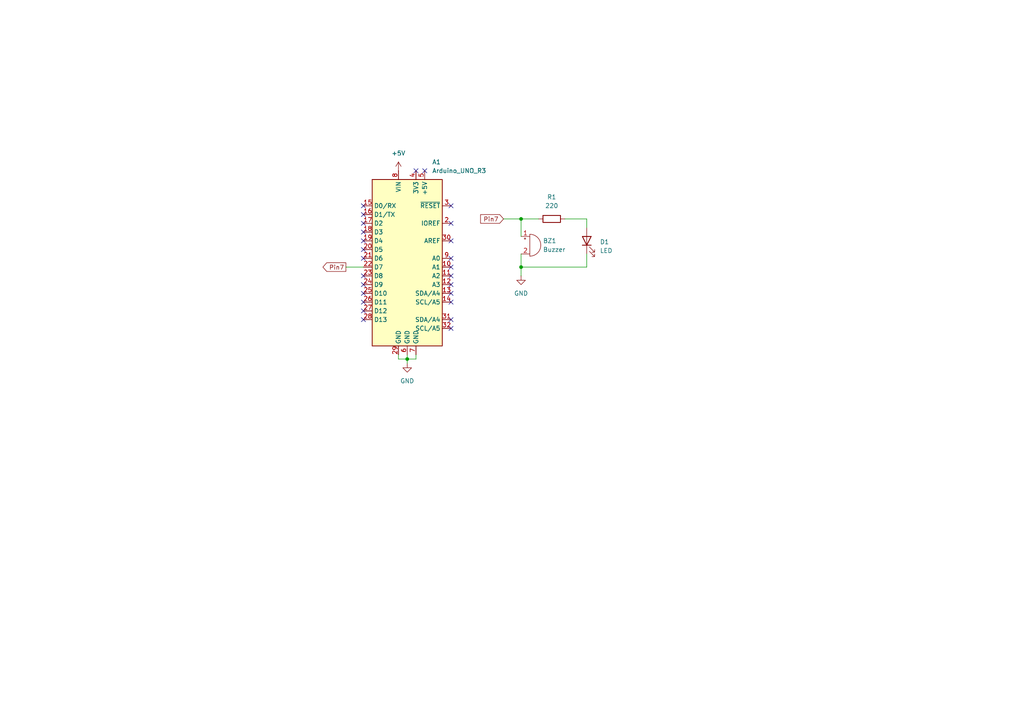
<source format=kicad_sch>
(kicad_sch
	(version 20250114)
	(generator "eeschema")
	(generator_version "9.0")
	(uuid "4972ef12-4ada-4abb-8f73-005ee5c2ff57")
	(paper "A4")
	(lib_symbols
		(symbol "Device:Buzzer"
			(pin_names
				(offset 0.0254)
				(hide yes)
			)
			(exclude_from_sim no)
			(in_bom yes)
			(on_board yes)
			(property "Reference" "BZ"
				(at 3.81 1.27 0)
				(effects
					(font
						(size 1.27 1.27)
					)
					(justify left)
				)
			)
			(property "Value" "Buzzer"
				(at 3.81 -1.27 0)
				(effects
					(font
						(size 1.27 1.27)
					)
					(justify left)
				)
			)
			(property "Footprint" ""
				(at -0.635 2.54 90)
				(effects
					(font
						(size 1.27 1.27)
					)
					(hide yes)
				)
			)
			(property "Datasheet" "~"
				(at -0.635 2.54 90)
				(effects
					(font
						(size 1.27 1.27)
					)
					(hide yes)
				)
			)
			(property "Description" "Buzzer, polarized"
				(at 0 0 0)
				(effects
					(font
						(size 1.27 1.27)
					)
					(hide yes)
				)
			)
			(property "ki_keywords" "quartz resonator ceramic"
				(at 0 0 0)
				(effects
					(font
						(size 1.27 1.27)
					)
					(hide yes)
				)
			)
			(property "ki_fp_filters" "*Buzzer*"
				(at 0 0 0)
				(effects
					(font
						(size 1.27 1.27)
					)
					(hide yes)
				)
			)
			(symbol "Buzzer_0_1"
				(polyline
					(pts
						(xy -1.651 1.905) (xy -1.143 1.905)
					)
					(stroke
						(width 0)
						(type default)
					)
					(fill
						(type none)
					)
				)
				(polyline
					(pts
						(xy -1.397 2.159) (xy -1.397 1.651)
					)
					(stroke
						(width 0)
						(type default)
					)
					(fill
						(type none)
					)
				)
				(arc
					(start 0 3.175)
					(mid 3.1612 0)
					(end 0 -3.175)
					(stroke
						(width 0)
						(type default)
					)
					(fill
						(type none)
					)
				)
				(polyline
					(pts
						(xy 0 3.175) (xy 0 -3.175)
					)
					(stroke
						(width 0)
						(type default)
					)
					(fill
						(type none)
					)
				)
			)
			(symbol "Buzzer_1_1"
				(pin passive line
					(at -2.54 2.54 0)
					(length 2.54)
					(name "+"
						(effects
							(font
								(size 1.27 1.27)
							)
						)
					)
					(number "1"
						(effects
							(font
								(size 1.27 1.27)
							)
						)
					)
				)
				(pin passive line
					(at -2.54 -2.54 0)
					(length 2.54)
					(name "-"
						(effects
							(font
								(size 1.27 1.27)
							)
						)
					)
					(number "2"
						(effects
							(font
								(size 1.27 1.27)
							)
						)
					)
				)
			)
			(embedded_fonts no)
		)
		(symbol "Device:LED"
			(pin_numbers
				(hide yes)
			)
			(pin_names
				(offset 1.016)
				(hide yes)
			)
			(exclude_from_sim no)
			(in_bom yes)
			(on_board yes)
			(property "Reference" "D"
				(at 0 2.54 0)
				(effects
					(font
						(size 1.27 1.27)
					)
				)
			)
			(property "Value" "LED"
				(at 0 -2.54 0)
				(effects
					(font
						(size 1.27 1.27)
					)
				)
			)
			(property "Footprint" ""
				(at 0 0 0)
				(effects
					(font
						(size 1.27 1.27)
					)
					(hide yes)
				)
			)
			(property "Datasheet" "~"
				(at 0 0 0)
				(effects
					(font
						(size 1.27 1.27)
					)
					(hide yes)
				)
			)
			(property "Description" "Light emitting diode"
				(at 0 0 0)
				(effects
					(font
						(size 1.27 1.27)
					)
					(hide yes)
				)
			)
			(property "Sim.Pins" "1=K 2=A"
				(at 0 0 0)
				(effects
					(font
						(size 1.27 1.27)
					)
					(hide yes)
				)
			)
			(property "ki_keywords" "LED diode"
				(at 0 0 0)
				(effects
					(font
						(size 1.27 1.27)
					)
					(hide yes)
				)
			)
			(property "ki_fp_filters" "LED* LED_SMD:* LED_THT:*"
				(at 0 0 0)
				(effects
					(font
						(size 1.27 1.27)
					)
					(hide yes)
				)
			)
			(symbol "LED_0_1"
				(polyline
					(pts
						(xy -3.048 -0.762) (xy -4.572 -2.286) (xy -3.81 -2.286) (xy -4.572 -2.286) (xy -4.572 -1.524)
					)
					(stroke
						(width 0)
						(type default)
					)
					(fill
						(type none)
					)
				)
				(polyline
					(pts
						(xy -1.778 -0.762) (xy -3.302 -2.286) (xy -2.54 -2.286) (xy -3.302 -2.286) (xy -3.302 -1.524)
					)
					(stroke
						(width 0)
						(type default)
					)
					(fill
						(type none)
					)
				)
				(polyline
					(pts
						(xy -1.27 0) (xy 1.27 0)
					)
					(stroke
						(width 0)
						(type default)
					)
					(fill
						(type none)
					)
				)
				(polyline
					(pts
						(xy -1.27 -1.27) (xy -1.27 1.27)
					)
					(stroke
						(width 0.254)
						(type default)
					)
					(fill
						(type none)
					)
				)
				(polyline
					(pts
						(xy 1.27 -1.27) (xy 1.27 1.27) (xy -1.27 0) (xy 1.27 -1.27)
					)
					(stroke
						(width 0.254)
						(type default)
					)
					(fill
						(type none)
					)
				)
			)
			(symbol "LED_1_1"
				(pin passive line
					(at -3.81 0 0)
					(length 2.54)
					(name "K"
						(effects
							(font
								(size 1.27 1.27)
							)
						)
					)
					(number "1"
						(effects
							(font
								(size 1.27 1.27)
							)
						)
					)
				)
				(pin passive line
					(at 3.81 0 180)
					(length 2.54)
					(name "A"
						(effects
							(font
								(size 1.27 1.27)
							)
						)
					)
					(number "2"
						(effects
							(font
								(size 1.27 1.27)
							)
						)
					)
				)
			)
			(embedded_fonts no)
		)
		(symbol "Device:R"
			(pin_numbers
				(hide yes)
			)
			(pin_names
				(offset 0)
			)
			(exclude_from_sim no)
			(in_bom yes)
			(on_board yes)
			(property "Reference" "R"
				(at 2.032 0 90)
				(effects
					(font
						(size 1.27 1.27)
					)
				)
			)
			(property "Value" "R"
				(at 0 0 90)
				(effects
					(font
						(size 1.27 1.27)
					)
				)
			)
			(property "Footprint" ""
				(at -1.778 0 90)
				(effects
					(font
						(size 1.27 1.27)
					)
					(hide yes)
				)
			)
			(property "Datasheet" "~"
				(at 0 0 0)
				(effects
					(font
						(size 1.27 1.27)
					)
					(hide yes)
				)
			)
			(property "Description" "Resistor"
				(at 0 0 0)
				(effects
					(font
						(size 1.27 1.27)
					)
					(hide yes)
				)
			)
			(property "ki_keywords" "R res resistor"
				(at 0 0 0)
				(effects
					(font
						(size 1.27 1.27)
					)
					(hide yes)
				)
			)
			(property "ki_fp_filters" "R_*"
				(at 0 0 0)
				(effects
					(font
						(size 1.27 1.27)
					)
					(hide yes)
				)
			)
			(symbol "R_0_1"
				(rectangle
					(start -1.016 -2.54)
					(end 1.016 2.54)
					(stroke
						(width 0.254)
						(type default)
					)
					(fill
						(type none)
					)
				)
			)
			(symbol "R_1_1"
				(pin passive line
					(at 0 3.81 270)
					(length 1.27)
					(name "~"
						(effects
							(font
								(size 1.27 1.27)
							)
						)
					)
					(number "1"
						(effects
							(font
								(size 1.27 1.27)
							)
						)
					)
				)
				(pin passive line
					(at 0 -3.81 90)
					(length 1.27)
					(name "~"
						(effects
							(font
								(size 1.27 1.27)
							)
						)
					)
					(number "2"
						(effects
							(font
								(size 1.27 1.27)
							)
						)
					)
				)
			)
			(embedded_fonts no)
		)
		(symbol "MCU_Module:Arduino_UNO_R3"
			(exclude_from_sim no)
			(in_bom yes)
			(on_board yes)
			(property "Reference" "A"
				(at -10.16 23.495 0)
				(effects
					(font
						(size 1.27 1.27)
					)
					(justify left bottom)
				)
			)
			(property "Value" "Arduino_UNO_R3"
				(at 5.08 -26.67 0)
				(effects
					(font
						(size 1.27 1.27)
					)
					(justify left top)
				)
			)
			(property "Footprint" "Module:Arduino_UNO_R3"
				(at 0 0 0)
				(effects
					(font
						(size 1.27 1.27)
						(italic yes)
					)
					(hide yes)
				)
			)
			(property "Datasheet" "https://www.arduino.cc/en/Main/arduinoBoardUno"
				(at 0 0 0)
				(effects
					(font
						(size 1.27 1.27)
					)
					(hide yes)
				)
			)
			(property "Description" "Arduino UNO Microcontroller Module, release 3"
				(at 0 0 0)
				(effects
					(font
						(size 1.27 1.27)
					)
					(hide yes)
				)
			)
			(property "ki_keywords" "Arduino UNO R3 Microcontroller Module Atmel AVR USB"
				(at 0 0 0)
				(effects
					(font
						(size 1.27 1.27)
					)
					(hide yes)
				)
			)
			(property "ki_fp_filters" "Arduino*UNO*R3*"
				(at 0 0 0)
				(effects
					(font
						(size 1.27 1.27)
					)
					(hide yes)
				)
			)
			(symbol "Arduino_UNO_R3_0_1"
				(rectangle
					(start -10.16 22.86)
					(end 10.16 -25.4)
					(stroke
						(width 0.254)
						(type default)
					)
					(fill
						(type background)
					)
				)
			)
			(symbol "Arduino_UNO_R3_1_1"
				(pin bidirectional line
					(at -12.7 15.24 0)
					(length 2.54)
					(name "D0/RX"
						(effects
							(font
								(size 1.27 1.27)
							)
						)
					)
					(number "15"
						(effects
							(font
								(size 1.27 1.27)
							)
						)
					)
				)
				(pin bidirectional line
					(at -12.7 12.7 0)
					(length 2.54)
					(name "D1/TX"
						(effects
							(font
								(size 1.27 1.27)
							)
						)
					)
					(number "16"
						(effects
							(font
								(size 1.27 1.27)
							)
						)
					)
				)
				(pin bidirectional line
					(at -12.7 10.16 0)
					(length 2.54)
					(name "D2"
						(effects
							(font
								(size 1.27 1.27)
							)
						)
					)
					(number "17"
						(effects
							(font
								(size 1.27 1.27)
							)
						)
					)
				)
				(pin bidirectional line
					(at -12.7 7.62 0)
					(length 2.54)
					(name "D3"
						(effects
							(font
								(size 1.27 1.27)
							)
						)
					)
					(number "18"
						(effects
							(font
								(size 1.27 1.27)
							)
						)
					)
				)
				(pin bidirectional line
					(at -12.7 5.08 0)
					(length 2.54)
					(name "D4"
						(effects
							(font
								(size 1.27 1.27)
							)
						)
					)
					(number "19"
						(effects
							(font
								(size 1.27 1.27)
							)
						)
					)
				)
				(pin bidirectional line
					(at -12.7 2.54 0)
					(length 2.54)
					(name "D5"
						(effects
							(font
								(size 1.27 1.27)
							)
						)
					)
					(number "20"
						(effects
							(font
								(size 1.27 1.27)
							)
						)
					)
				)
				(pin bidirectional line
					(at -12.7 0 0)
					(length 2.54)
					(name "D6"
						(effects
							(font
								(size 1.27 1.27)
							)
						)
					)
					(number "21"
						(effects
							(font
								(size 1.27 1.27)
							)
						)
					)
				)
				(pin bidirectional line
					(at -12.7 -2.54 0)
					(length 2.54)
					(name "D7"
						(effects
							(font
								(size 1.27 1.27)
							)
						)
					)
					(number "22"
						(effects
							(font
								(size 1.27 1.27)
							)
						)
					)
				)
				(pin bidirectional line
					(at -12.7 -5.08 0)
					(length 2.54)
					(name "D8"
						(effects
							(font
								(size 1.27 1.27)
							)
						)
					)
					(number "23"
						(effects
							(font
								(size 1.27 1.27)
							)
						)
					)
				)
				(pin bidirectional line
					(at -12.7 -7.62 0)
					(length 2.54)
					(name "D9"
						(effects
							(font
								(size 1.27 1.27)
							)
						)
					)
					(number "24"
						(effects
							(font
								(size 1.27 1.27)
							)
						)
					)
				)
				(pin bidirectional line
					(at -12.7 -10.16 0)
					(length 2.54)
					(name "D10"
						(effects
							(font
								(size 1.27 1.27)
							)
						)
					)
					(number "25"
						(effects
							(font
								(size 1.27 1.27)
							)
						)
					)
				)
				(pin bidirectional line
					(at -12.7 -12.7 0)
					(length 2.54)
					(name "D11"
						(effects
							(font
								(size 1.27 1.27)
							)
						)
					)
					(number "26"
						(effects
							(font
								(size 1.27 1.27)
							)
						)
					)
				)
				(pin bidirectional line
					(at -12.7 -15.24 0)
					(length 2.54)
					(name "D12"
						(effects
							(font
								(size 1.27 1.27)
							)
						)
					)
					(number "27"
						(effects
							(font
								(size 1.27 1.27)
							)
						)
					)
				)
				(pin bidirectional line
					(at -12.7 -17.78 0)
					(length 2.54)
					(name "D13"
						(effects
							(font
								(size 1.27 1.27)
							)
						)
					)
					(number "28"
						(effects
							(font
								(size 1.27 1.27)
							)
						)
					)
				)
				(pin no_connect line
					(at -10.16 -20.32 0)
					(length 2.54)
					(hide yes)
					(name "NC"
						(effects
							(font
								(size 1.27 1.27)
							)
						)
					)
					(number "1"
						(effects
							(font
								(size 1.27 1.27)
							)
						)
					)
				)
				(pin power_in line
					(at -2.54 25.4 270)
					(length 2.54)
					(name "VIN"
						(effects
							(font
								(size 1.27 1.27)
							)
						)
					)
					(number "8"
						(effects
							(font
								(size 1.27 1.27)
							)
						)
					)
				)
				(pin power_in line
					(at -2.54 -27.94 90)
					(length 2.54)
					(name "GND"
						(effects
							(font
								(size 1.27 1.27)
							)
						)
					)
					(number "29"
						(effects
							(font
								(size 1.27 1.27)
							)
						)
					)
				)
				(pin power_in line
					(at 0 -27.94 90)
					(length 2.54)
					(name "GND"
						(effects
							(font
								(size 1.27 1.27)
							)
						)
					)
					(number "6"
						(effects
							(font
								(size 1.27 1.27)
							)
						)
					)
				)
				(pin power_out line
					(at 2.54 25.4 270)
					(length 2.54)
					(name "3V3"
						(effects
							(font
								(size 1.27 1.27)
							)
						)
					)
					(number "4"
						(effects
							(font
								(size 1.27 1.27)
							)
						)
					)
				)
				(pin power_in line
					(at 2.54 -27.94 90)
					(length 2.54)
					(name "GND"
						(effects
							(font
								(size 1.27 1.27)
							)
						)
					)
					(number "7"
						(effects
							(font
								(size 1.27 1.27)
							)
						)
					)
				)
				(pin power_out line
					(at 5.08 25.4 270)
					(length 2.54)
					(name "+5V"
						(effects
							(font
								(size 1.27 1.27)
							)
						)
					)
					(number "5"
						(effects
							(font
								(size 1.27 1.27)
							)
						)
					)
				)
				(pin input line
					(at 12.7 15.24 180)
					(length 2.54)
					(name "~{RESET}"
						(effects
							(font
								(size 1.27 1.27)
							)
						)
					)
					(number "3"
						(effects
							(font
								(size 1.27 1.27)
							)
						)
					)
				)
				(pin output line
					(at 12.7 10.16 180)
					(length 2.54)
					(name "IOREF"
						(effects
							(font
								(size 1.27 1.27)
							)
						)
					)
					(number "2"
						(effects
							(font
								(size 1.27 1.27)
							)
						)
					)
				)
				(pin input line
					(at 12.7 5.08 180)
					(length 2.54)
					(name "AREF"
						(effects
							(font
								(size 1.27 1.27)
							)
						)
					)
					(number "30"
						(effects
							(font
								(size 1.27 1.27)
							)
						)
					)
				)
				(pin bidirectional line
					(at 12.7 0 180)
					(length 2.54)
					(name "A0"
						(effects
							(font
								(size 1.27 1.27)
							)
						)
					)
					(number "9"
						(effects
							(font
								(size 1.27 1.27)
							)
						)
					)
				)
				(pin bidirectional line
					(at 12.7 -2.54 180)
					(length 2.54)
					(name "A1"
						(effects
							(font
								(size 1.27 1.27)
							)
						)
					)
					(number "10"
						(effects
							(font
								(size 1.27 1.27)
							)
						)
					)
				)
				(pin bidirectional line
					(at 12.7 -5.08 180)
					(length 2.54)
					(name "A2"
						(effects
							(font
								(size 1.27 1.27)
							)
						)
					)
					(number "11"
						(effects
							(font
								(size 1.27 1.27)
							)
						)
					)
				)
				(pin bidirectional line
					(at 12.7 -7.62 180)
					(length 2.54)
					(name "A3"
						(effects
							(font
								(size 1.27 1.27)
							)
						)
					)
					(number "12"
						(effects
							(font
								(size 1.27 1.27)
							)
						)
					)
				)
				(pin bidirectional line
					(at 12.7 -10.16 180)
					(length 2.54)
					(name "SDA/A4"
						(effects
							(font
								(size 1.27 1.27)
							)
						)
					)
					(number "13"
						(effects
							(font
								(size 1.27 1.27)
							)
						)
					)
				)
				(pin bidirectional line
					(at 12.7 -12.7 180)
					(length 2.54)
					(name "SCL/A5"
						(effects
							(font
								(size 1.27 1.27)
							)
						)
					)
					(number "14"
						(effects
							(font
								(size 1.27 1.27)
							)
						)
					)
				)
				(pin bidirectional line
					(at 12.7 -17.78 180)
					(length 2.54)
					(name "SDA/A4"
						(effects
							(font
								(size 1.27 1.27)
							)
						)
					)
					(number "31"
						(effects
							(font
								(size 1.27 1.27)
							)
						)
					)
				)
				(pin bidirectional line
					(at 12.7 -20.32 180)
					(length 2.54)
					(name "SCL/A5"
						(effects
							(font
								(size 1.27 1.27)
							)
						)
					)
					(number "32"
						(effects
							(font
								(size 1.27 1.27)
							)
						)
					)
				)
			)
			(embedded_fonts no)
		)
		(symbol "power:+5V"
			(power)
			(pin_numbers
				(hide yes)
			)
			(pin_names
				(offset 0)
				(hide yes)
			)
			(exclude_from_sim no)
			(in_bom yes)
			(on_board yes)
			(property "Reference" "#PWR"
				(at 0 -3.81 0)
				(effects
					(font
						(size 1.27 1.27)
					)
					(hide yes)
				)
			)
			(property "Value" "+5V"
				(at 0 3.556 0)
				(effects
					(font
						(size 1.27 1.27)
					)
				)
			)
			(property "Footprint" ""
				(at 0 0 0)
				(effects
					(font
						(size 1.27 1.27)
					)
					(hide yes)
				)
			)
			(property "Datasheet" ""
				(at 0 0 0)
				(effects
					(font
						(size 1.27 1.27)
					)
					(hide yes)
				)
			)
			(property "Description" "Power symbol creates a global label with name \"+5V\""
				(at 0 0 0)
				(effects
					(font
						(size 1.27 1.27)
					)
					(hide yes)
				)
			)
			(property "ki_keywords" "global power"
				(at 0 0 0)
				(effects
					(font
						(size 1.27 1.27)
					)
					(hide yes)
				)
			)
			(symbol "+5V_0_1"
				(polyline
					(pts
						(xy -0.762 1.27) (xy 0 2.54)
					)
					(stroke
						(width 0)
						(type default)
					)
					(fill
						(type none)
					)
				)
				(polyline
					(pts
						(xy 0 2.54) (xy 0.762 1.27)
					)
					(stroke
						(width 0)
						(type default)
					)
					(fill
						(type none)
					)
				)
				(polyline
					(pts
						(xy 0 0) (xy 0 2.54)
					)
					(stroke
						(width 0)
						(type default)
					)
					(fill
						(type none)
					)
				)
			)
			(symbol "+5V_1_1"
				(pin power_in line
					(at 0 0 90)
					(length 0)
					(name "~"
						(effects
							(font
								(size 1.27 1.27)
							)
						)
					)
					(number "1"
						(effects
							(font
								(size 1.27 1.27)
							)
						)
					)
				)
			)
			(embedded_fonts no)
		)
		(symbol "power:GND"
			(power)
			(pin_numbers
				(hide yes)
			)
			(pin_names
				(offset 0)
				(hide yes)
			)
			(exclude_from_sim no)
			(in_bom yes)
			(on_board yes)
			(property "Reference" "#PWR"
				(at 0 -6.35 0)
				(effects
					(font
						(size 1.27 1.27)
					)
					(hide yes)
				)
			)
			(property "Value" "GND"
				(at 0 -3.81 0)
				(effects
					(font
						(size 1.27 1.27)
					)
				)
			)
			(property "Footprint" ""
				(at 0 0 0)
				(effects
					(font
						(size 1.27 1.27)
					)
					(hide yes)
				)
			)
			(property "Datasheet" ""
				(at 0 0 0)
				(effects
					(font
						(size 1.27 1.27)
					)
					(hide yes)
				)
			)
			(property "Description" "Power symbol creates a global label with name \"GND\" , ground"
				(at 0 0 0)
				(effects
					(font
						(size 1.27 1.27)
					)
					(hide yes)
				)
			)
			(property "ki_keywords" "global power"
				(at 0 0 0)
				(effects
					(font
						(size 1.27 1.27)
					)
					(hide yes)
				)
			)
			(symbol "GND_0_1"
				(polyline
					(pts
						(xy 0 0) (xy 0 -1.27) (xy 1.27 -1.27) (xy 0 -2.54) (xy -1.27 -1.27) (xy 0 -1.27)
					)
					(stroke
						(width 0)
						(type default)
					)
					(fill
						(type none)
					)
				)
			)
			(symbol "GND_1_1"
				(pin power_in line
					(at 0 0 270)
					(length 0)
					(name "~"
						(effects
							(font
								(size 1.27 1.27)
							)
						)
					)
					(number "1"
						(effects
							(font
								(size 1.27 1.27)
							)
						)
					)
				)
			)
			(embedded_fonts no)
		)
	)
	(junction
		(at 151.13 77.47)
		(diameter 0)
		(color 0 0 0 0)
		(uuid "0e8fd753-65c8-4dc6-99db-1c1dad573dac")
	)
	(junction
		(at 118.11 104.14)
		(diameter 0)
		(color 0 0 0 0)
		(uuid "22a227c6-7d5d-43dc-a40c-09844b73abd5")
	)
	(junction
		(at 151.13 63.5)
		(diameter 0)
		(color 0 0 0 0)
		(uuid "c679c201-b567-4bfb-a99f-6a7cf9d1a705")
	)
	(no_connect
		(at 130.81 95.25)
		(uuid "0d746bda-a2d6-4629-b836-fcadd553ae3b")
	)
	(no_connect
		(at 105.41 92.71)
		(uuid "22e09be2-82ec-4cb4-9b87-c591b1b0bf69")
	)
	(no_connect
		(at 130.81 74.93)
		(uuid "2a4f34d3-2c0d-4a89-b105-225641c649c9")
	)
	(no_connect
		(at 130.81 59.69)
		(uuid "3a2483c5-8d74-47c5-a670-a60c8bfe19ab")
	)
	(no_connect
		(at 105.41 64.77)
		(uuid "43c30738-c125-40a3-ac6c-3b9d55134e78")
	)
	(no_connect
		(at 105.41 69.85)
		(uuid "47d39da4-1b39-4b82-92c7-25a13f640b56")
	)
	(no_connect
		(at 130.81 69.85)
		(uuid "5249d246-2d8d-48cf-8093-67e2f92c1c77")
	)
	(no_connect
		(at 105.41 74.93)
		(uuid "6cfdbf7a-5c7d-4a3b-8ee9-eafe95d649f3")
	)
	(no_connect
		(at 105.41 67.31)
		(uuid "89272c93-b8bf-42ee-9401-1c42cb24d627")
	)
	(no_connect
		(at 123.19 49.53)
		(uuid "89ce6350-fbb8-48a4-913e-cb276cb3398e")
	)
	(no_connect
		(at 130.81 92.71)
		(uuid "8b8b1f2c-04e5-427c-b8b7-ccbdcd5a158c")
	)
	(no_connect
		(at 105.41 90.17)
		(uuid "8dd08f77-fe30-4a94-bebf-a201bf391d78")
	)
	(no_connect
		(at 105.41 62.23)
		(uuid "8ec5fa43-527d-43f6-a42a-a14fc64959d4")
	)
	(no_connect
		(at 130.81 77.47)
		(uuid "95f7534b-9593-4c8e-9fc4-ae35abe75aa6")
	)
	(no_connect
		(at 105.41 85.09)
		(uuid "972f5753-c1eb-410d-9fa5-274f33d37ef2")
	)
	(no_connect
		(at 120.65 49.53)
		(uuid "9e5706fb-ea58-4baa-80f4-c8c6a518736e")
	)
	(no_connect
		(at 105.41 59.69)
		(uuid "9eccd3be-bd25-4b26-a27c-589c4117ed7e")
	)
	(no_connect
		(at 130.81 82.55)
		(uuid "a8f4edf8-a57a-4f1d-ad12-4c49aec36f9c")
	)
	(no_connect
		(at 130.81 64.77)
		(uuid "b78dc9ea-1a19-4e9e-97c9-df832928e52f")
	)
	(no_connect
		(at 105.41 87.63)
		(uuid "cdf5e6a8-6b1e-4827-8328-27927a84bbae")
	)
	(no_connect
		(at 105.41 80.01)
		(uuid "d9f4ff60-5c5c-422d-aca4-fa008dc1c7da")
	)
	(no_connect
		(at 130.81 87.63)
		(uuid "e55203d7-7ec2-4212-bbd7-48635af857be")
	)
	(no_connect
		(at 130.81 85.09)
		(uuid "e7094590-07c1-4471-87d6-6a70fd27fabc")
	)
	(no_connect
		(at 105.41 82.55)
		(uuid "eb0106f3-fa97-42b4-bade-ceaf3a12cccc")
	)
	(no_connect
		(at 130.81 80.01)
		(uuid "ef1e0484-fc27-4612-839e-4cd202544af7")
	)
	(no_connect
		(at 105.41 72.39)
		(uuid "faec05b7-7eb0-4889-a9a3-175d6ec8bb96")
	)
	(wire
		(pts
			(xy 151.13 77.47) (xy 170.18 77.47)
		)
		(stroke
			(width 0)
			(type default)
		)
		(uuid "13928ba4-2214-4763-ad57-f6620d53b752")
	)
	(wire
		(pts
			(xy 151.13 63.5) (xy 156.21 63.5)
		)
		(stroke
			(width 0)
			(type default)
		)
		(uuid "1788cca9-13c0-4d90-9a0a-75d199eb27f5")
	)
	(wire
		(pts
			(xy 146.05 63.5) (xy 151.13 63.5)
		)
		(stroke
			(width 0)
			(type default)
		)
		(uuid "1ae40013-0005-4e7e-a236-91f39c1739ce")
	)
	(wire
		(pts
			(xy 115.57 102.87) (xy 115.57 104.14)
		)
		(stroke
			(width 0)
			(type default)
		)
		(uuid "1edf7ecf-1544-4f41-ac6e-451ab03479e9")
	)
	(wire
		(pts
			(xy 120.65 104.14) (xy 120.65 102.87)
		)
		(stroke
			(width 0)
			(type default)
		)
		(uuid "26924410-9696-43a5-b628-02c6d4ec3391")
	)
	(wire
		(pts
			(xy 118.11 102.87) (xy 118.11 104.14)
		)
		(stroke
			(width 0)
			(type default)
		)
		(uuid "2f1ab3d7-f528-4dd0-8b7d-8a247f4c93e2")
	)
	(wire
		(pts
			(xy 118.11 104.14) (xy 118.11 105.41)
		)
		(stroke
			(width 0)
			(type default)
		)
		(uuid "4e7659a4-721c-4dc2-b997-bff38006171f")
	)
	(wire
		(pts
			(xy 163.83 63.5) (xy 170.18 63.5)
		)
		(stroke
			(width 0)
			(type default)
		)
		(uuid "613ce007-8a33-4e9e-8822-2e7fc02f3785")
	)
	(wire
		(pts
			(xy 118.11 104.14) (xy 120.65 104.14)
		)
		(stroke
			(width 0)
			(type default)
		)
		(uuid "6afc5789-9c90-42c7-a822-2c4eb5d81831")
	)
	(wire
		(pts
			(xy 151.13 63.5) (xy 151.13 68.58)
		)
		(stroke
			(width 0)
			(type default)
		)
		(uuid "6eab2413-eb47-4982-9db9-0aafdab45e49")
	)
	(wire
		(pts
			(xy 151.13 77.47) (xy 151.13 80.01)
		)
		(stroke
			(width 0)
			(type default)
		)
		(uuid "9b9987db-fd58-4047-9329-07f7b91ca7c8")
	)
	(wire
		(pts
			(xy 115.57 104.14) (xy 118.11 104.14)
		)
		(stroke
			(width 0)
			(type default)
		)
		(uuid "aad4ee31-769e-4ee5-b50e-3d5e295a74b0")
	)
	(wire
		(pts
			(xy 151.13 73.66) (xy 151.13 77.47)
		)
		(stroke
			(width 0)
			(type default)
		)
		(uuid "cad97f97-3b2f-4a1b-a86d-153917835556")
	)
	(wire
		(pts
			(xy 100.33 77.47) (xy 105.41 77.47)
		)
		(stroke
			(width 0)
			(type default)
		)
		(uuid "d382703c-653d-402d-bd6d-dd520148be5d")
	)
	(wire
		(pts
			(xy 170.18 73.66) (xy 170.18 77.47)
		)
		(stroke
			(width 0)
			(type default)
		)
		(uuid "ead4672f-25d5-444b-aab9-4e642139292f")
	)
	(wire
		(pts
			(xy 170.18 63.5) (xy 170.18 66.04)
		)
		(stroke
			(width 0)
			(type default)
		)
		(uuid "efada367-675e-4d18-93ae-2109e5e4e1d2")
	)
	(global_label "Pin7"
		(shape input)
		(at 146.05 63.5 180)
		(fields_autoplaced yes)
		(effects
			(font
				(size 1.27 1.27)
			)
			(justify right)
		)
		(uuid "1b9d2b5b-cf28-4d3f-a157-bdcce9b017ba")
		(property "Intersheetrefs" "${INTERSHEET_REFS}"
			(at 138.8315 63.5 0)
			(effects
				(font
					(size 1.27 1.27)
				)
				(justify right)
				(hide yes)
			)
		)
	)
	(global_label "Pin7"
		(shape output)
		(at 100.33 77.47 180)
		(fields_autoplaced yes)
		(effects
			(font
				(size 1.27 1.27)
			)
			(justify right)
		)
		(uuid "b852bfc2-cbae-41bd-ae64-e9392cd7984c")
		(property "Intersheetrefs" "${INTERSHEET_REFS}"
			(at 93.1115 77.47 0)
			(effects
				(font
					(size 1.27 1.27)
				)
				(justify right)
				(hide yes)
			)
		)
	)
	(symbol
		(lib_id "power:+5V")
		(at 115.57 49.53 0)
		(unit 1)
		(exclude_from_sim no)
		(in_bom yes)
		(on_board yes)
		(dnp no)
		(fields_autoplaced yes)
		(uuid "41e657d0-0731-4903-a6bc-8b9da577b3e9")
		(property "Reference" "#PWR01"
			(at 115.57 53.34 0)
			(effects
				(font
					(size 1.27 1.27)
				)
				(hide yes)
			)
		)
		(property "Value" "+5V"
			(at 115.57 44.45 0)
			(effects
				(font
					(size 1.27 1.27)
				)
			)
		)
		(property "Footprint" ""
			(at 115.57 49.53 0)
			(effects
				(font
					(size 1.27 1.27)
				)
				(hide yes)
			)
		)
		(property "Datasheet" ""
			(at 115.57 49.53 0)
			(effects
				(font
					(size 1.27 1.27)
				)
				(hide yes)
			)
		)
		(property "Description" "Power symbol creates a global label with name \"+5V\""
			(at 115.57 49.53 0)
			(effects
				(font
					(size 1.27 1.27)
				)
				(hide yes)
			)
		)
		(pin "1"
			(uuid "b8b4db8d-fb5f-4ac1-bf79-bef4b9bdd384")
		)
		(instances
			(project ""
				(path "/4972ef12-4ada-4abb-8f73-005ee5c2ff57"
					(reference "#PWR01")
					(unit 1)
				)
			)
		)
	)
	(symbol
		(lib_id "power:GND")
		(at 151.13 80.01 0)
		(unit 1)
		(exclude_from_sim no)
		(in_bom yes)
		(on_board yes)
		(dnp no)
		(fields_autoplaced yes)
		(uuid "5e4a4994-58c8-4b5b-b8d6-00b1e4264cd2")
		(property "Reference" "#PWR03"
			(at 151.13 86.36 0)
			(effects
				(font
					(size 1.27 1.27)
				)
				(hide yes)
			)
		)
		(property "Value" "GND"
			(at 151.13 85.09 0)
			(effects
				(font
					(size 1.27 1.27)
				)
			)
		)
		(property "Footprint" ""
			(at 151.13 80.01 0)
			(effects
				(font
					(size 1.27 1.27)
				)
				(hide yes)
			)
		)
		(property "Datasheet" ""
			(at 151.13 80.01 0)
			(effects
				(font
					(size 1.27 1.27)
				)
				(hide yes)
			)
		)
		(property "Description" "Power symbol creates a global label with name \"GND\" , ground"
			(at 151.13 80.01 0)
			(effects
				(font
					(size 1.27 1.27)
				)
				(hide yes)
			)
		)
		(pin "1"
			(uuid "9e9a0934-45ff-4399-ac21-ac894215c469")
		)
		(instances
			(project ""
				(path "/4972ef12-4ada-4abb-8f73-005ee5c2ff57"
					(reference "#PWR03")
					(unit 1)
				)
			)
		)
	)
	(symbol
		(lib_id "MCU_Module:Arduino_UNO_R3")
		(at 118.11 74.93 0)
		(unit 1)
		(exclude_from_sim no)
		(in_bom yes)
		(on_board yes)
		(dnp no)
		(fields_autoplaced yes)
		(uuid "666bce44-59fc-4f4a-ba59-b07796dfc3e4")
		(property "Reference" "A1"
			(at 125.3333 46.99 0)
			(effects
				(font
					(size 1.27 1.27)
				)
				(justify left)
			)
		)
		(property "Value" "Arduino_UNO_R3"
			(at 125.3333 49.53 0)
			(effects
				(font
					(size 1.27 1.27)
				)
				(justify left)
			)
		)
		(property "Footprint" "Module:Arduino_UNO_R3"
			(at 118.11 74.93 0)
			(effects
				(font
					(size 1.27 1.27)
					(italic yes)
				)
				(hide yes)
			)
		)
		(property "Datasheet" "https://www.arduino.cc/en/Main/arduinoBoardUno"
			(at 118.11 74.93 0)
			(effects
				(font
					(size 1.27 1.27)
				)
				(hide yes)
			)
		)
		(property "Description" "Arduino UNO Microcontroller Module, release 3"
			(at 118.11 74.93 0)
			(effects
				(font
					(size 1.27 1.27)
				)
				(hide yes)
			)
		)
		(pin "15"
			(uuid "386b8f15-591c-479f-8f87-d2fa9ee97ac2")
		)
		(pin "8"
			(uuid "950606d6-eb4c-405a-bc31-53a9ba85a163")
		)
		(pin "7"
			(uuid "f2a07bf6-7001-4b69-9928-3edde55615a6")
		)
		(pin "3"
			(uuid "f8812f38-19cf-4e7f-8917-10e7c323535d")
		)
		(pin "10"
			(uuid "ac22a9f8-1c83-483e-af20-f2d132a8e20f")
		)
		(pin "6"
			(uuid "1501193f-4931-477c-b6bb-8ab491dff421")
		)
		(pin "2"
			(uuid "6f685fb7-0c90-4120-a2b1-e81afc099f1b")
		)
		(pin "24"
			(uuid "30817257-df6c-4d92-a0c8-2e0ca5799a47")
		)
		(pin "28"
			(uuid "3e007b00-1c54-4fb3-a50c-909776bd1ffe")
		)
		(pin "18"
			(uuid "6017d1a8-802d-446d-8663-2d4960173f2b")
		)
		(pin "20"
			(uuid "9d3b6d21-6706-4ea2-8a7f-45f3e7a37dea")
		)
		(pin "4"
			(uuid "4c8d1836-69f3-4144-9804-aba61e5520e0")
		)
		(pin "17"
			(uuid "d306656b-0db5-445e-91d7-6a443ac15fe8")
		)
		(pin "25"
			(uuid "e637b920-c46c-475d-94a3-841192efab27")
		)
		(pin "21"
			(uuid "be95a047-db7c-4af2-a86e-038eeeac47e4")
		)
		(pin "23"
			(uuid "9903e492-95d0-4604-b4ca-888467952975")
		)
		(pin "19"
			(uuid "6294daac-8517-42c7-857d-b60199016e99")
		)
		(pin "27"
			(uuid "5593ff74-82cf-444c-8051-a0fe4c67ee25")
		)
		(pin "16"
			(uuid "d3e54ee1-025f-4974-ae93-5f42e3b51bd8")
		)
		(pin "22"
			(uuid "633a7d99-8338-47df-bb75-a1f84b9dbe78")
		)
		(pin "26"
			(uuid "1cb9330b-8b28-4689-8edd-68fabbf64c81")
		)
		(pin "1"
			(uuid "00e94f2a-e68b-41f5-b03b-129d4b7f4bb8")
		)
		(pin "29"
			(uuid "e455b9b8-51f3-44b7-8bf2-894802d65d29")
		)
		(pin "5"
			(uuid "fe07d614-de64-455d-9e2d-02217613f241")
		)
		(pin "30"
			(uuid "f96abb05-6ca2-4cdc-91a0-79653912e862")
		)
		(pin "9"
			(uuid "443aea65-75f9-4b64-ae23-40e99a3997e7")
		)
		(pin "12"
			(uuid "de70a510-c0e1-407b-8912-5dee54044634")
		)
		(pin "13"
			(uuid "0d2c5ee1-5261-445d-a067-af09b66d2987")
		)
		(pin "14"
			(uuid "ebbfd4e5-5ab8-45c3-8e0d-272749594a77")
		)
		(pin "31"
			(uuid "63fa3bae-019a-46c8-9fe0-5b405a4bcdff")
		)
		(pin "11"
			(uuid "0d69c30e-e89f-4c77-a897-ab400bc40e4a")
		)
		(pin "32"
			(uuid "99eeae03-e41a-452b-bdbb-7ef63754320d")
		)
		(instances
			(project ""
				(path "/4972ef12-4ada-4abb-8f73-005ee5c2ff57"
					(reference "A1")
					(unit 1)
				)
			)
		)
	)
	(symbol
		(lib_id "Device:Buzzer")
		(at 153.67 71.12 0)
		(unit 1)
		(exclude_from_sim no)
		(in_bom yes)
		(on_board yes)
		(dnp no)
		(uuid "7639dcf7-72a7-4cc3-9ea9-50e34b1d0822")
		(property "Reference" "BZ1"
			(at 157.48 69.8499 0)
			(effects
				(font
					(size 1.27 1.27)
				)
				(justify left)
			)
		)
		(property "Value" "Buzzer"
			(at 157.48 72.3899 0)
			(effects
				(font
					(size 1.27 1.27)
				)
				(justify left)
			)
		)
		(property "Footprint" ""
			(at 153.035 68.58 90)
			(effects
				(font
					(size 1.27 1.27)
				)
				(hide yes)
			)
		)
		(property "Datasheet" "~"
			(at 153.035 68.58 90)
			(effects
				(font
					(size 1.27 1.27)
				)
				(hide yes)
			)
		)
		(property "Description" "Buzzer, polarized"
			(at 153.67 71.12 0)
			(effects
				(font
					(size 1.27 1.27)
				)
				(hide yes)
			)
		)
		(pin "1"
			(uuid "163f47a6-a5cc-46f9-882f-9a8818ef3379")
		)
		(pin "2"
			(uuid "5a0fac71-b530-481e-acf7-932681a4d057")
		)
		(instances
			(project ""
				(path "/4972ef12-4ada-4abb-8f73-005ee5c2ff57"
					(reference "BZ1")
					(unit 1)
				)
			)
		)
	)
	(symbol
		(lib_id "Device:LED")
		(at 170.18 69.85 90)
		(unit 1)
		(exclude_from_sim no)
		(in_bom yes)
		(on_board yes)
		(dnp no)
		(fields_autoplaced yes)
		(uuid "8b35c0f2-8bcc-4237-8528-951c57b0129a")
		(property "Reference" "D1"
			(at 173.99 70.1674 90)
			(effects
				(font
					(size 1.27 1.27)
				)
				(justify right)
			)
		)
		(property "Value" "LED"
			(at 173.99 72.7074 90)
			(effects
				(font
					(size 1.27 1.27)
				)
				(justify right)
			)
		)
		(property "Footprint" ""
			(at 170.18 69.85 0)
			(effects
				(font
					(size 1.27 1.27)
				)
				(hide yes)
			)
		)
		(property "Datasheet" "~"
			(at 170.18 69.85 0)
			(effects
				(font
					(size 1.27 1.27)
				)
				(hide yes)
			)
		)
		(property "Description" "Light emitting diode"
			(at 170.18 69.85 0)
			(effects
				(font
					(size 1.27 1.27)
				)
				(hide yes)
			)
		)
		(property "Sim.Pins" "1=K 2=A"
			(at 170.18 69.85 0)
			(effects
				(font
					(size 1.27 1.27)
				)
				(hide yes)
			)
		)
		(pin "1"
			(uuid "39eef4b1-5e41-4ec8-b078-711ff46cfff6")
		)
		(pin "2"
			(uuid "b0488547-6bea-4ca5-8495-3b5200b238b6")
		)
		(instances
			(project ""
				(path "/4972ef12-4ada-4abb-8f73-005ee5c2ff57"
					(reference "D1")
					(unit 1)
				)
			)
		)
	)
	(symbol
		(lib_id "Device:R")
		(at 160.02 63.5 90)
		(unit 1)
		(exclude_from_sim no)
		(in_bom yes)
		(on_board yes)
		(dnp no)
		(fields_autoplaced yes)
		(uuid "ed8c2dd6-2454-47a8-bcf8-1b3137eb7bd4")
		(property "Reference" "R1"
			(at 160.02 57.15 90)
			(effects
				(font
					(size 1.27 1.27)
				)
			)
		)
		(property "Value" "220"
			(at 160.02 59.69 90)
			(effects
				(font
					(size 1.27 1.27)
				)
			)
		)
		(property "Footprint" ""
			(at 160.02 65.278 90)
			(effects
				(font
					(size 1.27 1.27)
				)
				(hide yes)
			)
		)
		(property "Datasheet" "~"
			(at 160.02 63.5 0)
			(effects
				(font
					(size 1.27 1.27)
				)
				(hide yes)
			)
		)
		(property "Description" "Resistor"
			(at 160.02 63.5 0)
			(effects
				(font
					(size 1.27 1.27)
				)
				(hide yes)
			)
		)
		(pin "1"
			(uuid "e9d7e60a-14de-4d16-94fd-fc0edd537080")
		)
		(pin "2"
			(uuid "0e0eee2e-293e-4a9e-a091-f7f77175edd5")
		)
		(instances
			(project ""
				(path "/4972ef12-4ada-4abb-8f73-005ee5c2ff57"
					(reference "R1")
					(unit 1)
				)
			)
		)
	)
	(symbol
		(lib_id "power:GND")
		(at 118.11 105.41 0)
		(unit 1)
		(exclude_from_sim no)
		(in_bom yes)
		(on_board yes)
		(dnp no)
		(fields_autoplaced yes)
		(uuid "ee4716fa-754f-4a5a-b30a-68f2080657c5")
		(property "Reference" "#PWR04"
			(at 118.11 111.76 0)
			(effects
				(font
					(size 1.27 1.27)
				)
				(hide yes)
			)
		)
		(property "Value" "GND"
			(at 118.11 110.49 0)
			(effects
				(font
					(size 1.27 1.27)
				)
			)
		)
		(property "Footprint" ""
			(at 118.11 105.41 0)
			(effects
				(font
					(size 1.27 1.27)
				)
				(hide yes)
			)
		)
		(property "Datasheet" ""
			(at 118.11 105.41 0)
			(effects
				(font
					(size 1.27 1.27)
				)
				(hide yes)
			)
		)
		(property "Description" "Power symbol creates a global label with name \"GND\" , ground"
			(at 118.11 105.41 0)
			(effects
				(font
					(size 1.27 1.27)
				)
				(hide yes)
			)
		)
		(pin "1"
			(uuid "6f567c01-8df4-4aba-965c-00716fe28d19")
		)
		(instances
			(project ""
				(path "/4972ef12-4ada-4abb-8f73-005ee5c2ff57"
					(reference "#PWR04")
					(unit 1)
				)
			)
		)
	)
	(sheet_instances
		(path "/"
			(page "1")
		)
	)
	(embedded_fonts no)
)

</source>
